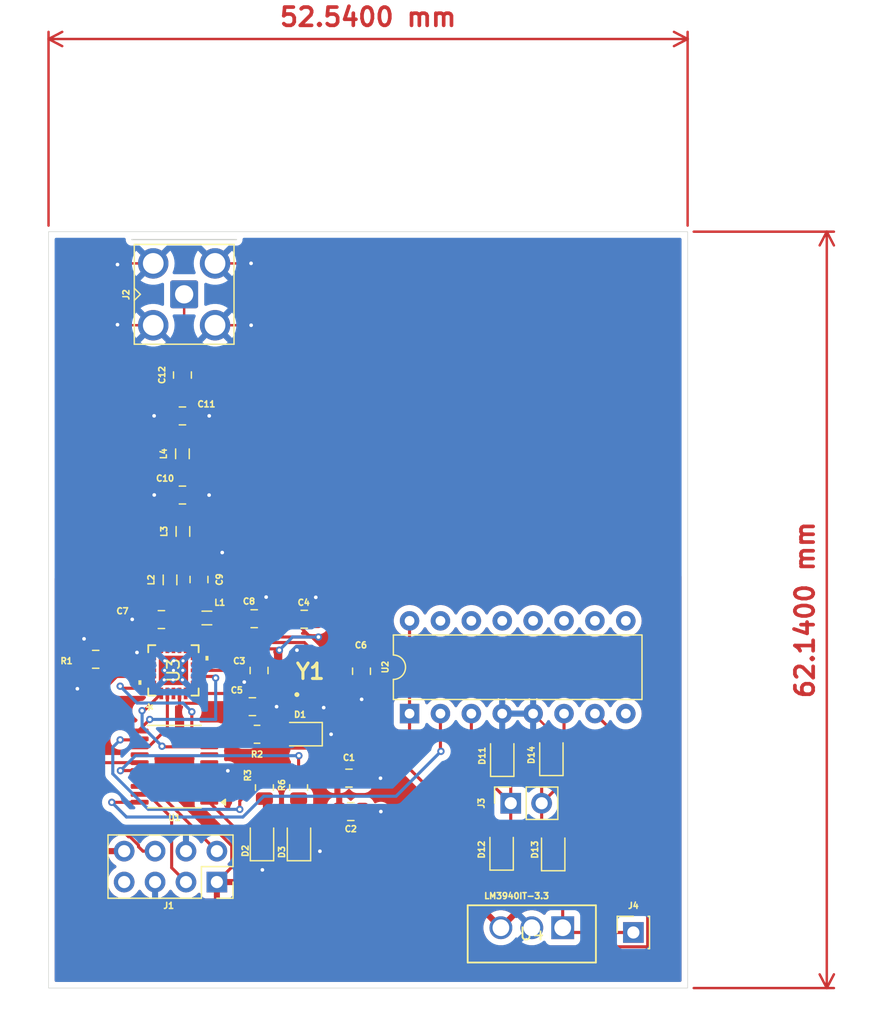
<source format=kicad_pcb>
(kicad_pcb (version 20240108) (generator "pcbnew") (generator_version "8.0")
  (layers (0 "F.Cu" signal) (31 "B.Cu" signal) (34 "B.Paste" user) (35 "F.Paste" user) (36 "B.SilkS" user "B.Silkscreen") (37 "F.SilkS" user "F.Silkscreen") (38 "B.Mask" user) (39 "F.Mask" user) (44 "Edge.Cuts" user))
  (net 0 "")
  (net 1 "VDD")
  (net 2 "GND")
  (net 3 "OSC_IN")
  (net 4 "Net-(U3-DCOUPL)")
  (net 5 "OSC_OUT")
  (net 6 "Net-(D1-A)")
  (net 7 "Net-(D2-A)")
  (net 8 "Net-(D3-A)")
  (net 9 "VDD_5V")
  (net 10 "USART_TX")
  (net 11 "SWCLK")
  (net 12 "USART_RX")
  (net 13 "SWDIO")
  (net 14 "RBIAS")
  (net 15 "Net-(U1-PA3)")
  (net 16 "Net-(U1-PA5)")
  (net 17 "Net-(U1-PA9{slash}PA11)")
  (net 18 "SPI_MISO")
  (net 22 "MTR_CTRL_L")
  (net 24 "SPI_MOSI")
  (net 25 "SPI_NSS")
  (net 27 "MTR_CTRL_R")
  (net 28 "SPI_SCLK")
  (net 38 "GDO2")
  (net 39 "RF_N")
  (net 40 "GDO0")
  (net 41 "RF_P")
  (net 42 "Mplus")
  (net 43 "Mneg")
  (net 44 "Net-(C8-Pad2)")
  (net 45 "Net-(C9-Pad1)")
  (net 46 "Net-(C10-Pad2)")
  (net 47 "Net-(C11-Pad2)")
  (net 48 "Net-(J2-In)")
  (footprint "newparts:NX3225GA16000MSTDCRG1" (layer "F.Cu") (at 137.738651 98.761351)
    (property "Reference" "Y1")
    (property "Value" "NX3225GA-26.000MHZ-EXS00A-CG01972" (hide yes))
  )
  (footprint "Diode_SMD:D_0805_2012Metric" (layer "F.Cu") (at 153.518651 105.696351 90)
    (property "Reference" "D11")
    (property "Value" "1N4001")
  )
  (footprint "Capacitor_SMD:C_0805_2012Metric" (layer "F.Cu") (at 127.228651 74.406351 90)
    (property "Reference" "C12")
    (property "Value" "220pF")
  )
  (footprint "Diode_SMD:D_0805_2012Metric" (layer "F.Cu") (at 157.708651 113.446351 90)
    (property "Reference" "D13")
    (property "Value" "1N4001")
  )
  (footprint "Connector_PinSocket_2.54mm:PinSocket_1x02_P2.54mm_Vertical" (layer "F.Cu") (at 154.218651 109.586351 90)
    (property "Reference" "J3")
    (property "Value" "Conn_01x02_Socket")
  )
  (footprint "Package_SO:TSSOP-20_4.4x6.5mm_P0.65mm" (layer "F.Cu") (at 126.571151 106.576351 180)
    (property "Reference" "U1")
    (property "Value" "STM32C011F4Px")
  )
  (footprint "Connector_PinSocket_2.54mm:PinSocket_2x04_P2.54mm_Vertical" (layer "F.Cu") (at 130.058651 116.061351 -90)
    (property "Reference" "J1")
    (property "Value" "Conn_02x04_Counter_Clockwise")
  )
  (footprint "newparts:RGP20_2P4X2P4" (layer "F.Cu") (at 126.48865 98.670001 90)
    (property "Reference" "U3")
    (property "Value" "CC1101RGPR")
  )
  (footprint "Capacitor_SMD:C_0805_2012Metric" (layer "F.Cu") (at 137.238651 94.471351)
    (property "Reference" "C4")
    (property "Value" "0.1uF")
  )
  (footprint "Package_DIP:DIP-16_W7.62mm" (layer "F.Cu") (at 145.898651 102.221351 90)
    (property "Reference" "U2")
    (property "Value" "L293D")
  )
  (footprint "Capacitor_SMD:C_0805_2012Metric" (layer "F.Cu") (at 133.128651 94.426351 180)
    (property "Reference" "C8")
    (property "Value" "220pF")
  )
  (footprint "Capacitor_SMD:C_0805_2012Metric" (layer "F.Cu") (at 120.098651 97.761351 180)
    (property "Reference" "R1")
    (property "Value" "56k")
  )
  (footprint "Capacitor_SMD:C_0805_2012Metric" (layer "F.Cu") (at 127.228651 84.266351)
    (property "Reference" "C10")
    (property "Value" "12pF")
  )
  (footprint "Capacitor_SMD:C_0805_2012Metric" (layer "F.Cu") (at 125.498651 94.496351 180)
    (property "Reference" "C7")
    (property "Value" "6.8pF")
  )
  (footprint "Resistor_SMD:R_0805_2012Metric" (layer "F.Cu") (at 133.361151 103.921351 180)
    (property "Reference" "R2")
    (property "Value" "68")
  )
  (footprint "Capacitor_SMD:C_0805_2012Metric" (layer "F.Cu") (at 141.068651 110.271351)
    (property "Reference" "C2")
    (property "Value" "0.1uF")
  )
  (footprint "newparts:LM3940IT-3.3" (layer "F.Cu") (at 153.408651 120.829351 180)
    (property "Reference" "U4")
    (property "Value" "LM3940IT-3.3")
  )
  (footprint "Connector_Coaxial:SMA_Amphenol_901-143_Horizontal" (layer "F.Cu") (at 127.368651 67.776351)
    (property "Reference" "J2")
    (property "Value" "Conn_Coaxial")
    (fp_line (start 4.3 -4.5) (end -4.3 -4.5) (stroke (width 0.1)) (layer "Edge.Cuts"))
  )
  (footprint "Capacitor_SMD:C_0805_2012Metric" (layer "F.Cu") (at 133.528651 98.681351 -90)
    (property "Reference" "C3")
    (property "Value" "27pF")
  )
  (footprint "LED_SMD:LED_0805_2012Metric" (layer "F.Cu") (at 133.768651 112.623851 90)
    (property "Reference" "D2")
    (property "Value" "LED_Receive")
  )
  (footprint "Inductor_SMD:L_0805_2012Metric" (layer "F.Cu") (at 127.228651 80.876351 90)
    (property "Reference" "L4")
    (property "Value" "33nH")
  )
  (footprint "Capacitor_SMD:C_0805_2012Metric" (layer "F.Cu") (at 127.228651 77.766351)
    (property "Reference" "C11")
    (property "Value" "6.8pF")
  )
  (footprint "Capacitor_SMD:C_0805_2012Metric" (layer "F.Cu") (at 132.978651 101.651351)
    (property "Reference" "C5")
    (property "Value" "0.1uF")
  )
  (footprint "Inductor_SMD:L_0805_2012Metric" (layer "F.Cu") (at 126.208651 91.236351 90)
    (property "Reference" "L2")
    (property "Value" "33nH")
  )
  (footprint "Inductor_SMD:L_0805_2012Metric" (layer "F.Cu") (at 127.268651 87.256351 90)
    (property "Reference" "L3")
    (property "Value" "18nH")
  )
  (footprint "Diode_SMD:D_0805_2012Metric" (layer "F.Cu") (at 157.558651 105.626351 90)
    (property "Reference" "D14")
    (property "Value" "1N4001")
  )
  (footprint "Capacitor_SMD:C_0805_2012Metric" (layer "F.Cu") (at 141.948651 98.741351 -90)
    (property "Reference" "C6")
    (property "Value" "27pF")
  )
  (footprint "Resistor_SMD:R_0805_2012Metric" (layer "F.Cu") (at 133.968651 108.293851 90)
    (property "Reference" "R3")
    (property "Value" "68")
  )
  (footprint "Resistor_SMD:R_0805_2012Metric" (layer "F.Cu") (at 136.778651 108.293851 90)
    (property "Reference" "R6")
    (property "Value" "68")
  )
  (footprint "Capacitor_SMD:C_0805_2012Metric" (layer "F.Cu") (at 128.588651 91.206351 -90)
    (property "Reference" "C9")
    (property "Value" "6.8pF")
  )
  (footprint "LED_SMD:LED_0805_2012Metric" (layer "F.Cu") (at 136.808651 112.623851 90)
    (property "Reference" "D3")
    (property "Value" "LED_Valid")
  )
  (footprint "Inductor_SMD:L_0805_2012Metric" (layer "F.Cu") (at 129.238651 94.366351 180)
    (property "Reference" "L1")
    (property "Value" "33nH")
  )
  (footprint "LED_SMD:LED_0805_2012Metric" (layer "F.Cu") (at 137.038651 103.911351 180)
    (property "Reference" "D1")
    (property "Value" "LED_Transmit")
  )
  (footprint "Capacitor_SMD:C_0805_2012Metric" (layer "F.Cu") (at 140.918651 107.521351)
    (property "Reference" "C1")
    (property "Value" "0.1uF")
  )
  (footprint "Connector_PinSocket_2.54mm:PinSocket_1x01_P2.54mm_Vertical" (layer "F.Cu") (at 164.298651 120.203351 90)
    (property "Reference" "J4")
    (property "Value" "Conn_01x01_Socket")
  )
  (footprint "Diode_SMD:D_0805_2012Metric" (layer "F.Cu") (at 153.468651 113.396351 90)
    (property "Reference" "D12")
    (property "Value" "1N4001")
  )
  (gr_rect (start 116.22 62.63) (end 168.76 124.77) (stroke (width 0.05)) (fill none) (layer "Edge.Cuts"))
  (dimension (type aligned) (layer "F.Cu") (pts (xy 116.22 62.63) (xy 168.76 62.63)) (height -15.83) (gr_text "52.5400 mm" (at 142.49 45 0) (layer "F.Cu") (effects (font (size 1.5 1.5) (thickness 0.3)))) (format (prefix "") (suffix "") (units 3) (units_format 1) (precision 4)) (style (thickness 0.2) (arrow_length 1.27) (text_position_mode 0) (extension_height 0.58642) (extension_offset 0.5) keep_text_aligned))
  (dimension (type aligned) (layer "F.Cu") (pts (xy 168.76 62.63) (xy 168.76 124.77)) (height -11.44) (gr_text "62.1400 mm" (at 178.4 93.7 90) (layer "F.Cu") (effects (font (size 1.5 1.5) (thickness 0.3)))) (format (prefix "") (suffix "") (units 3) (units_format 1) (precision 4)) (style (thickness 0.2) (arrow_length 1.27) (text_position_mode 0) (extension_height 0.58642) (extension_offset 0.5) keep_text_aligned))
  (segment (start 129.811773 101.371901) (end 131.334223 102.894351) (width 0.254) (layer "F.Cu") (net 1))
  (segment (start 120.692074 96.57) (end 125.287298 96.57) (width 0.254) (layer "F.Cu") (net 1))
  (segment (start 138.41 95.93) (end 139.38 95.93) (width 0.254) (layer "F.Cu") (net 1))
  (segment (start 132.957079 102.894351) (end 133.381851 103.319123) (width 0.254) (layer "F.Cu") (net 1))
  (segment (start 131.28 114.840002) (end 130.058651 116.061351) (width 0.254) (layer "F.Cu") (net 1))
  (segment (start 133.793 105.053) (end 137.5003 105.053) (width 0.254) (layer "F.Cu") (net 1))
  (segment (start 121.687929 98.670001) (end 121.544579 98.813351) (width 0.254) (layer "F.Cu") (net 1))
  (segment (start 135.094351 96.904351) (end 135.2 97.01) (width 0.254) (layer "F.Cu") (net 1))
  (segment (start 127.061649 101.371901) (end 129.811773 101.371901) (width 0.254) (layer "F.Cu") (net 1))
  (segment (start 137.5003 105.053) (end 139.968651 107.521351) (width 0.254) (layer "F.Cu") (net 1))
  (segment (start 127.01 101.72) (end 126.988649 101.698649) (width 0.254) (layer "F.Cu") (net 1))
  (segment (start 137.7473 95.93) (end 138.41 95.93) (width 0.254) (layer "F.Cu") (net 1))
  (segment (start 139.38 95.93) (end 139.4 95.95) (width 0.254) (layer "F.Cu") (net 1))
  (segment (start 128.696152 107.551351) (end 128.104676 108.142827) (width 0.254) (layer "F.Cu") (net 1))
  (segment (start 126.988649 100.568651) (end 126.988649 101.49) (width 0.254) (layer "F.Cu") (net 1))
  (segment (start 138.409 95.929) (end 138.41 95.93) (width 0.254) (layer "F.Cu") (net 1))
  (segment (start 120.221651 97.040423) (end 120.692074 96.57) (width 0.254) (layer "F.Cu") (net 1))
  (segment (start 131.334223 102.894351) (end 132.957079 102.894351) (width 0.254) (layer "F.Cu") (net 1))
  (segment (start 129.169948 98.170002) (end 130.435599 96.904351) (width 0.254) (layer "F.Cu") (net 1))
  (segment (start 136.288651 94.471351) (end 137.7473 95.93) (width 0.254) (layer "F.Cu") (net 1))
  (segment (start 121.544579 98.813351) (end 120.552723 98.813351) (width 0.254) (layer "F.Cu") (net 1))
  (segment (start 120.221651 98.482279) (end 120.221651 97.040423) (width 0.254) (layer "F.Cu") (net 1))
  (segment (start 124.59 98.670001) (end 121.687929 98.670001) (width 0.254) (layer "F.Cu") (net 1))
  (segment (start 128.104676 108.142827) (end 128.104676 109.902846) (width 0.254) (layer "F.Cu") (net 1))
  (segment (start 125.988651 96.771351) (end 125.488649 96.771351) (width 0.254) (layer "F.Cu") (net 1))
  (segment (start 128.331002 95.929) (end 138.409 95.929) (width 0.254) (layer "F.Cu") (net 1))
  (segment (start 120.552723 98.813351) (end 120.221651 98.482279) (width 0.254) (layer "F.Cu") (net 1))
  (segment (start 129.433651 107.551351) (end 128.696152 107.551351) (width 0.254) (layer "F.Cu") (net 1))
  (segment (start 126.988649 100.568651) (end 126.988649 101.298901) (width 0.254) (layer "F.Cu") (net 1))
  (segment (start 128.3873 98.170002) (end 129.169948 98.170002) (width 0.254) (layer "F.Cu") (net 1))
  (segment (start 131.28 113.07817) (end 131.28 114.840002) (width 0.254) (layer "F.Cu") (net 1))
  (segment (start 125.287298 96.57) (end 125.488649 96.771351) (width 0.254) (layer "F.Cu") (net 1))
  (segment (start 126.988649 101.49) (end 126.988649 101.698649) (width 0.254) (layer "F.Cu") (net 1))
  (segment (start 130.435599 96.904351) (end 135.094351 96.904351) (width 0.254) (layer "F.Cu") (net 1))
  (segment (start 126.988649 101.298901) (end 127.061649 101.371901) (width 0.254) (layer "F.Cu") (net 1))
  (segment (start 127.488651 96.771351) (end 128.331002 95.929) (width 0.254) (layer "F.Cu") (net 1))
  (segment (start 128.104676 109.902846) (end 131.28 113.07817) (width 0.254) (layer "F.Cu") (net 1))
  (segment (start 133.381851 103.319123) (end 133.381851 104.641851) (width 0.254) (layer "F.Cu") (net 1))
  (segment (start 133.381851 104.641851) (end 133.793 105.053) (width 0.254) (layer "F.Cu") (net 1))
  (via (at 135.2 97.01) (size 0.6) (drill 0.3) (layers "F.Cu" "B.Cu") (net 1))
  (via (at 138.41 95.93) (size 0.6) (drill 0.3) (layers "F.Cu" "B.Cu") (net 1))
  (segment (start 135.2 97.01) (end 136.28 95.93) (width 0.254) (layer "B.Cu") (net 1))
  (segment (start 136.28 95.93) (end 138.41 95.93) (width 0.254) (layer "B.Cu") (net 1))
  (segment (start 132.876351 74.313649) (end 132.876351 70.316351) (width 0.2) (layer "F.Cu") (net 2))
  (segment (start 124.828651 70.316351) (end 121.936351 70.316351) (width 0.2) (layer "F.Cu") (net 2))
  (segment (start 138.188651 94.471351) (end 138.188651 92.671349) (width 0.2) (layer "F.Cu") (net 2))
  (segment (start 123.116351 94.496351) (end 123.1 94.48) (width 0.2) (layer "F.Cu") (net 2))
  (segment (start 137.976151 103.911351) (end 139.441351 103.911351) (width 0.254) (layer "F.Cu") (net 2))
  (segment (start 133.768651 115.028651) (end 133.8 115.06) (width 0.254) (layer "F.Cu") (net 2))
  (segment (start 130.5 89.04) (end 130.5 88.99) (width 0.2) (layer "F.Cu") (net 2))
  (segment (start 132.863649 65.236351) (end 132.87 65.23) (width 0.2) (layer "F.Cu") (net 2))
  (segment (start 124.906351 77.766351) (end 124.9 77.76) (width 0.2) (layer "F.Cu") (net 2))
  (segment (start 124.828651 65.236351) (end 121.983649 65.236351) (width 0.2) (layer "F.Cu") (net 2))
  (segment (start 134.97 101.65) (end 134.968649 101.651351) (width 0.2) (layer "F.Cu") (net 2))
  (segment (start 136.638651 97.961351) (end 136.638651 97.011349) (width 0.254) (layer "F.Cu") (net 2))
  (segment (start 133.528651 99.631351) (end 132.311351 99.631351) (width 0.2) (layer "F.Cu") (net 2))
  (segment (start 132.311351 99.631351) (end 132.31 99.63) (width 0.2) (layer "F.Cu") (net 2))
  (segment (start 143.501351 107.521351) (end 143.51 107.53) (width 0.254) (layer "F.Cu") (net 2))
  (segment (start 138.17 92.65) (end 138.19 92.67) (width 0.2) (layer "F.Cu") (net 2))
  (segment (start 124.59 99.17) (end 121.829983 99.17) (width 0.254) (layer "F.Cu") (net 2))
  (segment (start 136.808651 113.561351) (end 138.498649 113.561351) (width 0.254) (layer "F.Cu") (net 2))
  (segment (start 132.876351 65.236351) (end 132.87 65.23) (width 0.2) (layer "F.Cu") (net 2))
  (segment (start 123.63 85.54) (end 124.91 84.26) (width 0.2) (layer "F.Cu") (net 2))
  (segment (start 129.42 84.27) (end 129.42 77.77) (width 0.2) (layer "F.Cu") (net 2))
  (segment (start 124.59 97.67) (end 124.12 97.2) (width 0.254) (layer "F.Cu") (net 2))
  (segment (start 124.548651 94.496351) (end 123.116351 94.496351) (width 0.2) (layer "F.Cu") (net 2))
  (segment (start 124.916351 84.266351) (end 124.91 84.26) (width 0.2) (layer "F.Cu") (net 2))
  (segment (start 121.829983 99.17) (end 120.819983 100.18) (width 0.254) (layer "F.Cu") (net 2))
  (segment (start 121.936351 70.316351) (end 121.89 70.27) (width 0.2) (layer "F.Cu") (net 2))
  (segment (start 134.11 92.65) (end 130.5 89.04) (width 0.2) (layer "F.Cu") (net 2))
  (segment (start 129.43 77.76) (end 132.876351 74.313649) (width 0.2) (layer "F.Cu") (net 2))
  (segment (start 123.63 93.95) (end 123.63 85.54) (width 0.2) (layer "F.Cu") (net 2))
  (segment (start 134.11 92.65) (end 138.17 92.65) (width 0.2) (layer "F.Cu") (net 2))
  (segment (start 124.9 77.76) (end 124.9 84.25) (width 0.2) (layer "F.Cu") (net 2))
  (segment (start 136.638651 97.011349) (end 136.64 97.01) (width 0.254) (layer "F.Cu") (net 2))
  (segment (start 129.908651 65.236351) (end 132.863649 65.236351) (width 0.2) (layer "F.Cu") (net 2))
  (segment (start 126.278651 77.766351) (end 124.906351 77.766351) (width 0.2) (layer "F.Cu") (net 2))
  (segment (start 129.908651 70.316351) (end 132.876351 70.316351) (width 0.2) (layer "F.Cu") (net 2))
  (segment (start 121.89 65.33) (end 121.89 70.27) (width 0.2) (layer "F.Cu") (net 2))
  (segment (start 138.838651 101.728651) (end 138.84 101.73) (width 0.2) (layer "F.Cu") (net 2))
  (segment (start 153.518651 102.221351) (end 153.518651 104.758851) (width 0.2) (layer "F.Cu") (net 2))
  (segment (start 157.558651 103.721351) (end 157.558651 104.688851) (width 0.2) (layer "F.Cu") (net 2))
  (segment (start 129.42 77.77) (end 129.43 77.76) (width 0.2) (layer "F.Cu") (net 2))
  (segment (start 130.941351 106.901351) (end 130.96 106.92) (width 0.254) (layer "F.Cu") (net 2))
  (segment (start 138.498649 113.561351) (end 138.53 113.53) (width 0.254) (layer "F.Cu") (net 2))
  (segment (start 129.433651 106.901351) (end 130.941351 106.901351) (width 0.254) (layer "F.Cu") (net 2))
  (segment (start 121.89 70.27) (end 121.89 74.75) (width 0.2) (layer "F.Cu") (net 2))
  (segment (start 119.148651 97.761351) (end 119.148651 96.088651) (width 0.254) (layer "F.Cu") (net 2))
  (segment (start 141.948651 99.691351) (end 141.948651 101.038651) (width 0.2) (layer "F.Cu") (net 2))
  (segment (start 138.838651 99.561351) (end 138.838651 101.728651) (width 0.2) (layer "F.Cu") (net 2))
  (segment (start 143.538649 110.271351) (end 143.54 110.27) (width 0.254) (layer "F.Cu") (net 2))
  (segment (start 134.078651 92.681349) (end 134.11 92.65) (width 0.2) (layer "F.Cu") (net 2))
  (segment (start 121.983649 65.236351) (end 121.89 65.33) (width 0.2) (layer "F.Cu") (net 2))
  (segment (start 124.9 84.25) (end 124.91 84.26) (width 0.2) (layer "F.Cu") (net 2))
  (segment (start 123.1 94.48) (end 123.63 93.95) (width 0.2) (layer "F.Cu") (net 2))
  (segment (start 141.868651 107.521351) (end 143.501351 107.521351) (width 0.254) (layer "F.Cu") (net 2))
  (segment (start 130.5 85.35) (end 129.42 84.27) (width 0.2) (layer "F.Cu") (net 2))
  (segment (start 141.948651 101.038651) (end 141.96 101.05) (width 0.2) (layer "F.Cu") (net 2))
  (segment (start 134.078651 94.426351) (end 134.078651 92.681349) (width 0.2) (layer "F.Cu") (net 2))
  (segment (start 142.018651 110.271351) (end 143.538649 110.271351) (width 0.254) (layer "F.Cu") (net 2))
  (segment (start 138.188651 92.671349) (end 138.19 92.67) (width 0.2) (layer "F.Cu") (net 2))
  (segment (start 156.058651 102.221351) (end 157.558651 103.721351) (width 0.2) (layer "F.Cu") (net 2))
  (segment (start 132.876351 70.316351) (end 132.876351 65.236351) (width 0.2) (layer "F.Cu") (net 2))
  (segment (start 124.12 97.2) (end 123.49 97.2) (width 0.254) (layer "F.Cu") (net 2))
  (segment (start 130.5 88.99) (end 130.5 85.35) (width 0.2) (layer "F.Cu") (net 2))
  (segment (start 133.768651 113.561351) (end 133.768651 115.028651) (width 0.254) (layer "F.Cu") (net 2))
  (segment (start 133.928651 101.651351) (end 134.968649 101.651351) (width 0.2) (layer "F.Cu") (net 2))
  (segment (start 126.278651 84.266351) (end 124.916351 84.266351) (width 0.2) (layer "F.Cu") (net 2))
  (segment (start 121.89 74.75) (end 124.9 77.76) (width 0.2) (layer "F.Cu") (net 2))
  (segment (start 120.819983 100.18) (end 118.59 100.18) (width 0.254) (layer "F.Cu") (net 2))
  (segment (start 119.148651 96.088651) (end 119.14 96.08) (width 0.254) (layer "F.Cu") (net 2))
  (segment (start 139.441351 103.911351) (end 139.45 103.92) (width 0.254) (layer "F.Cu") (net 2))
  (via (at 124.91 84.26) (size 0.6) (drill 0.3) (layers "F.Cu" "B.Cu") (net 2))
  (via (at 121.89 70.27) (size 0.6) (drill 0.3) (layers "F.Cu" "B.Cu") (net 2))
  (via (at 118.59 100.18) (size 0.6) (drill 0.3) (layers "F.Cu" "B.Cu") (net 2))
  (via (at 139.45 103.92) (size 0.6) (drill 0.3) (layers "F.Cu" "B.Cu") (net 2))
  (via (at 132.87 65.23) (size 0.6) (drill 0.3) (layers "F.Cu" "B.Cu") (net 2))
  (via (at 141.96 101.05) (size 0.6) (drill 0.3) (layers "F.Cu" "B.Cu") (net 2))
  (via (at 138.84 101.73) (size 0.6) (drill 0.3) (layers "F.Cu" "B.Cu") (net 2))
  (via (at 132.876351 70.316351) (size 0.6) (drill 0.3) (layers "F.Cu" "B.Cu") (net 2))
  (via (at 124.9 77.76) (size 0.6) (drill 0.3) (layers "F.Cu" "B.Cu") (net 2))
  (via (at 134.11 92.65) (size 0.6) (drill 0.3) (layers "F.Cu" "B.Cu") (net 2))
  (via (at 132.31 99.63) (size 0.6) (drill 0.3) (layers "F.Cu" "B.Cu") (net 2))
  (via (at 138.53 113.53) (size 0.6) (drill 0.3) (layers "F.Cu" "B.Cu") (net 2))
  (via (at 130.96 106.92) (size 0.6) (drill 0.3) (layers "F.Cu" "B.Cu") (net 2))
  (via (at 130.5 88.99) (size 0.6) (drill 0.3) (layers "F.Cu" "B.Cu") (net 2))
  (via (at 143.54 110.27) (size 0.6) (drill 0.3) (layers "F.Cu" "B.Cu") (net 2))
  (via (at 134.968649 101.651351) (size 0.6) (drill 0.3) (layers "F.Cu" "B.Cu") (net 2))
  (via (at 123.1 94.48) (size 0.6) (drill 0.3) (layers "F.Cu" "B.Cu") (net 2))
  (via (at 133.8 115.06) (size 0.6) (drill 0.3) (layers "F.Cu" "B.Cu") (net 2))
  (via (at 121.89 65.33) (size 0.6) (drill 0.3) (layers "F.Cu" "B.Cu") (net 2))
  (via (at 136.64 97.01) (size 0.6) (drill 0.3) (layers "F.Cu" "B.Cu") (net 2))
  (via (at 129.43 77.76) (size 0.6) (drill 0.3) (layers "F.Cu" "B.Cu") (net 2))
  (via (at 138.19 92.67) (size 0.6) (drill 0.3) (layers "F.Cu" "B.Cu") (net 2))
  (via (at 129.42 84.27) (size 0.6) (drill 0.3) (layers "F.Cu" "B.Cu") (net 2))
  (via (at 143.51 107.53) (size 0.6) (drill 0.3) (layers "F.Cu" "B.Cu") (net 2))
  (via (at 123.49 97.2) (size 0.6) (drill 0.3) (layers "F.Cu" "B.Cu") (net 2))
  (via (at 119.14 96.08) (size 0.6) (drill 0.3) (layers "F.Cu" "B.Cu") (net 2))
  (segment (start 124.9 84.25) (end 124.91 84.26) (width 0.2) (layer "B.Cu") (net 2))
  (segment (start 121.983649 65.236351) (end 121.89 65.33) (width 0.2) (layer "B.Cu") (net 2))
  (segment (start 121.936351 70.316351) (end 121.89 70.27) (width 0.2) (layer "B.Cu") (net 2))
  (segment (start 132.88 70.32) (end 132.876351 70.316351) (width 0.2) (layer "B.Cu") (net 2))
  (segment (start 132.863649 65.236351) (end 132.87 65.23) (width 0.2) (layer "B.Cu") (net 2))
  (segment (start 133.528651 97.731351) (end 132.590001 98.670001) (width 0.254) (layer "F.Cu") (net 3))
  (segment (start 136.638651 99.561351) (end 135.358651 99.561351) (width 0.2) (layer "F.Cu") (net 3))
  (segment (start 132.590001 98.670001) (end 128.3873 98.670001) (width 0.254) (layer "F.Cu") (net 3))
  (segment (start 135.358651 99.561351) (end 133.528651 97.731351) (width 0.2) (layer "F.Cu") (net 3))
  (segment (start 130.945951 100.568651) (end 127.488651 100.568651) (width 0.254) (layer "F.Cu") (net 4))
  (segment (start 132.028651 101.651351) (end 130.945951 100.568651) (width 0.254) (layer "F.Cu") (net 4))
  (segment (start 128.3873 97.67) (end 129.6743 96.383) (width 0.254) (layer "F.Cu") (net 5))
  (segment (start 141.948651 97.791351) (end 139.008651 97.791351) (width 0.2) (layer "F.Cu") (net 5))
  (segment (start 129.6743 96.383) (end 137.2603 96.383) (width 0.254) (layer "F.Cu") (net 5))
  (segment (start 139.008651 97.791351) (end 138.838651 97.961351) (width 0.2) (layer "F.Cu") (net 5))
  (segment (start 137.2603 96.383) (end 138.838651 97.961351) (width 0.254) (layer "F.Cu") (net 5))
  (segment (start 133.968651 109.206351) (end 133.968651 111.486351) (width 0.254) (layer "F.Cu") (net 7))
  (segment (start 133.968651 111.486351) (end 133.768651 111.686351) (width 0.254) (layer "F.Cu") (net 7))
  (segment (start 136.778651 111.656351) (end 136.808651 111.686351) (width 0.254) (layer "F.Cu") (net 8))
  (segment (start 136.778651 109.206351) (end 136.778651 111.656351) (width 0.254) (layer "F.Cu") (net 8))
  (segment (start 158.488651 115.163851) (end 157.708651 114.383851) (width 0.254) (layer "F.Cu") (net 9))
  (segment (start 164.298651 120.203351) (end 158.878651 120.203351) (width 0.254) (layer "F.Cu") (net 9))
  (segment (start 153.518651 114.383851) (end 153.468651 114.333851) (width 0.254) (layer "F.Cu") (net 9))
  (segment (start 157.708651 114.383851) (end 153.518651 114.383851) (width 0.254) (layer "F.Cu") (net 9))
  (segment (start 145.898651 106.763851) (end 153.468651 114.333851) (width 0.254) (layer "F.Cu") (net 9))
  (segment (start 158.878651 120.203351) (end 158.488651 119.813351) (width 0.254) (layer "F.Cu") (net 9))
  (segment (start 145.898651 102.221351) (end 145.898651 106.763851) (width 0.254) (layer "F.Cu") (net 9))
  (segment (start 145.898651 94.601351) (end 145.898651 102.221351) (width 0.254) (layer "F.Cu") (net 9))
  (segment (start 158.488651 119.813351) (end 158.488651 115.163851) (width 0.254) (layer "F.Cu") (net 9))
  (segment (start 119.43 107.58) (end 120.758649 106.251351) (width 0.254) (layer "F.Cu") (net 10))
  (segment (start 123.981351 113.521351) (end 123.615651 113.155651) (width 0.254) (layer "F.Cu") (net 10))
  (segment (start 123.615651 113.033821) (end 122.926181 112.344351) (width 0.254) (layer "F.Cu") (net 10))
  (segment (start 123.615651 113.155651) (end 123.615651 113.033821) (width 0.254) (layer "F.Cu") (net 10))
  (segment (start 124.978651 113.521351) (end 123.981351 113.521351) (width 0.254) (layer "F.Cu") (net 10))
  (segment (start 122.804351 112.344351) (end 119.43 108.97) (width 0.254) (layer "F.Cu") (net 10))
  (segment (start 120.758649 106.251351) (end 123.708651 106.251351) (width 0.254) (layer "F.Cu") (net 10))
  (segment (start 119.43 108.97) (end 119.43 107.58) (width 0.254) (layer "F.Cu") (net 10))
  (segment (start 122.926181 112.344351) (end 122.804351 112.344351) (width 0.254) (layer "F.Cu") (net 10))
  (segment (start 126.341651 114.884351) (end 126.341651 110.790211) (width 0.254) (layer "F.Cu") (net 11))
  (segment (start 127.518651 116.061351) (end 126.341651 114.884351) (width 0.254) (layer "F.Cu") (net 11))
  (segment (start 126.341651 110.790211) (end 124.402791 108.851351) (width 0.254) (layer "F.Cu") (net 11))
  (segment (start 124.402791 108.851351) (end 123.708651 108.851351) (width 0.254) (layer "F.Cu") (net 11))
  (segment (start 130.058651 113.521351) (end 124.738651 108.201351) (width 0.254) (layer "F.Cu") (net 13))
  (segment (start 124.738651 108.201351) (end 123.708651 108.201351) (width 0.254) (layer "F.Cu") (net 13))
  (segment (start 121.457302 98.170002) (end 124.59 98.170002) (width 0.254) (layer "F.Cu") (net 14))
  (segment (start 121.048651 97.761351) (end 121.457302 98.170002) (width 0.254) (layer "F.Cu") (net 14))
  (segment (start 132.178651 103.651351) (end 132.448651 103.921351) (width 0.254) (layer "F.Cu") (net 15))
  (segment (start 129.433651 103.651351) (end 132.178651 103.651351) (width 0.254) (layer "F.Cu") (net 15))
  (segment (start 122.11 104.38) (end 123.630002 104.38) (width 0.254) (layer "F.Cu") (net 16))
  (segment (start 131.94 109.410002) (end 131.94 110.09) (width 0.254) (layer "F.Cu") (net 16))
  (segment (start 123.630002 104.38) (end 123.708651 104.301351) (width 0.254) (layer "F.Cu") (net 16))
  (segment (start 133.968651 107.381351) (end 131.94 109.410002) (width 0.254) (layer "F.Cu") (net 16))
  (via (at 122.11 104.38) (size 0.6) (drill 0.3) (layers "F.Cu" "B.Cu") (net 16))
  (via (at 131.94 110.09) (size 0.6) (drill 0.3) (layers "F.Cu" "B.Cu") (net 16))
  (segment (start 124.423288 110.09) (end 121.503 107.169712) (width 0.254) (layer "B.Cu") (net 16))
  (segment (start 131.94 110.09) (end 124.423288 110.09) (width 0.254) (layer "B.Cu") (net 16))
  (segment (start 121.503 104.987) (end 122.11 104.38) (width 0.254) (layer "B.Cu") (net 16))
  (segment (start 121.503 107.169712) (end 121.503 104.987) (width 0.254) (layer "B.Cu") (net 16))
  (segment (start 122.138649 106.901351) (end 122.13 106.91) (width 0.254) (layer "F.Cu") (net 17))
  (segment (start 136.778651 105.701349) (end 136.8 105.68) (width 0.254) (layer "F.Cu") (net 17))
  (segment (start 123.708651 106.901351) (end 122.138649 106.901351) (width 0.254) (layer "F.Cu") (net 17))
  (segment (start 136.778651 107.381351) (end 136.778651 105.701349) (width 0.254) (layer "F.Cu") (net 17))
  (via (at 136.8 105.68) (size 0.6) (drill 0.3) (layers "F.Cu" "B.Cu") (net 17))
  (via (at 122.13 106.91) (size 0.6) (drill 0.3) (layers "F.Cu" "B.Cu") (net 17))
  (segment (start 123.36 105.68) (end 122.13 106.91) (width 0.254) (layer "B.Cu") (net 17))
  (segment (start 136.8 105.68) (end 123.36 105.68) (width 0.254) (layer "B.Cu") (net 17))
  (segment (start 123.708651 104.951351) (end 124.44615 104.951351) (width 0.254) (layer "F.Cu") (net 18))
  (segment (start 124.44615 104.951351) (end 125.988651 103.40885) (width 0.254) (layer "F.Cu") (net 18))
  (segment (start 125.988651 103.40885) (end 125.988651 100.568651) (width 0.254) (layer "F.Cu") (net 18))
  (segment (start 123.700002 109.51) (end 123.708651 109.501351) (width 0.254) (layer "F.Cu") (net 22))
  (segment (start 148.438651 102.221351) (end 148.438651 105.278651) (width 0.254) (layer "F.Cu") (net 22))
  (segment (start 121.42 109.51) (end 123.700002 109.51) (width 0.254) (layer "F.Cu") (net 22))
  (segment (start 148.438651 105.278651) (end 148.48 105.32) (width 0.254) (layer "F.Cu") (net 22))
  (via (at 121.42 109.51) (size 0.6) (drill 0.3) (layers "F.Cu" "B.Cu") (net 22))
  (via (at 148.48 105.32) (size 0.6) (drill 0.3) (layers "F.Cu" "B.Cu") (net 22))
  (segment (start 122.627 110.717) (end 121.42 109.51) (width 0.254) (layer "B.Cu") (net 22))
  (segment (start 144.78767 109.01233) (end 133.904382 109.01233) (width 0.254) (layer "B.Cu") (net 22))
  (segment (start 133.904382 109.01233) (end 132.199712 110.717) (width 0.254) (layer "B.Cu") (net 22))
  (segment (start 148.48 105.32) (end 144.78767 109.01233) (width 0.254) (layer "B.Cu") (net 22))
  (segment (start 132.199712 110.717) (end 122.627 110.717) (width 0.254) (layer "B.Cu") (net 22))
  (segment (start 122.11 99.97) (end 122.279052 100.139052) (width 0.254) (layer "F.Cu") (net 24))
  (segment (start 122.279052 100.139052) (end 124.12095 100.139052) (width 0.254) (layer "F.Cu") (net 24))
  (segment (start 124.12095 100.139052) (end 124.59 99.670002) (width 0.254) (layer "F.Cu") (net 24))
  (segment (start 129.433651 104.301351) (end 128.696152 104.301351) (width 0.254) (layer "F.Cu") (net 24))
  (segment (start 128.696152 104.301351) (end 128 103.605199) (width 0.254) (layer "F.Cu") (net 24))
  (segment (start 128 103.605199) (end 128 102.073) (width 0.254) (layer "F.Cu") (net 24))
  (via (at 122.11 99.97) (size 0.6) (drill 0.3) (layers "F.Cu" "B.Cu") (net 24))
  (via (at 128 102.073) (size 0.6) (drill 0.3) (layers "F.Cu" "B.Cu") (net 24))
  (segment (start 123.493 101.353) (end 122.11 99.97) (width 0.254) (layer "B.Cu") (net 24))
  (segment (start 127.28 101.353) (end 123.493 101.353) (width 0.254) (layer "B.Cu") (net 24))
  (segment (start 128 102.073) (end 127.28 101.353) (width 0.254) (layer "B.Cu") (net 24))
  (segment (start 129.96 99.297001) (end 129.832999 99.17) (width 0.254) (layer "F.Cu") (net 25))
  (segment (start 123.708651 103.651351) (end 123.708651 103.531349) (width 0.254) (layer "F.Cu") (net 25))
  (segment (start 129.832999 99.17) (end 128.3873 99.17) (width 0.254) (layer "F.Cu") (net 25))
  (segment (start 123.708651 103.531349) (end 124.54 102.7) (width 0.254) (layer "F.Cu") (net 25))
  (via (at 129.96 99.297001) (size 0.6) (drill 0.3) (layers "F.Cu" "B.Cu") (net 25))
  (via (at 124.54 102.7) (size 0.6) (drill 0.3) (layers "F.Cu" "B.Cu") (net 25))
  (segment (start 124.54 102.7) (end 129.96 102.7) (width 0.254) (layer "B.Cu") (net 25))
  (segment (start 129.96 102.7) (end 129.96 99.297001) (width 0.254) (layer "B.Cu") (net 25))
  (segment (start 147.366002 121.380351) (end 138.486502 112.500851) (width 0.254) (layer "F.Cu") (net 27))
  (segment (start 161.138651 102.221351) (end 165.475651 106.558351) (width 0.254) (layer "F.Cu") (net 27))
  (segment (start 138.486502 112.500851) (end 132.433151 112.500851) (width 0.254) (layer "F.Cu") (net 27))
  (segment (start 132.433151 112.500851) (end 129.433651 109.501351) (width 0.254) (layer "F.Cu") (net 27))
  (segment (start 165.475651 121.380351) (end 147.366002 121.380351) (width 0.254) (layer "F.Cu") (net 27))
  (segment (start 165.475651 106.558351) (end 165.475651 121.380351) (width 0.254) (layer "F.Cu") (net 27))
  (segment (start 125.601351 104.951351) (end 125.55 104.9) (width 0.254) (layer "F.Cu") (net 28))
  (segment (start 129.433651 104.951351) (end 125.601351 104.951351) (width 0.254) (layer "F.Cu") (net 28))
  (segment (start 124.0773 101.98) (end 125.488649 100.568651) (width 0.254) (layer "F.Cu") (net 28))
  (segment (start 123.91 101.98) (end 124.0773 101.98) (width 0.254) (layer "F.Cu") (net 28))
  (via (at 123.91 101.98) (size 0.6) (drill 0.3) (layers "F.Cu" "B.Cu") (net 28))
  (via (at 125.55 104.9) (size 0.6) (drill 0.3) (layers "F.Cu" "B.Cu") (net 28))
  (segment (start 123.913 103.263) (end 123.913 101.983) (width 0.254) (layer "B.Cu") (net 28))
  (segment (start 123.913 101.983) (end 123.91 101.98) (width 0.254) (layer "B.Cu") (net 28))
  (segment (start 125.55 104.9) (end 123.913 103.263) (width 0.254) (layer "B.Cu") (net 28))
  (segment (start 126.208651 94.256351) (end 126.448651 94.496351) (width 0.2) (layer "F.Cu") (net 39))
  (segment (start 126.208651 92.298851) (end 126.208651 94.256351) (width 0.2) (layer "F.Cu") (net 39))
  (segment (start 126.48865 94.53635) (end 126.48865 96.771351) (width 0.254) (layer "F.Cu") (net 39))
  (segment (start 126.448651 94.496351) (end 126.48865 94.53635) (width 0.254) (layer "F.Cu") (net 39))
  (segment (start 128.588651 92.156351) (end 128.588651 93.953851) (width 0.2) (layer "F.Cu") (net 41))
  (segment (start 126.988649 95.553853) (end 126.988649 96.771351) (width 0.254) (layer "F.Cu") (net 41))
  (segment (start 128.588651 93.953851) (end 128.176151 94.366351) (width 0.2) (layer "F.Cu") (net 41))
  (segment (start 128.176151 94.366351) (end 126.988649 95.553853) (width 0.254) (layer "F.Cu") (net 41))
  (segment (start 154.218651 109.586351) (end 150.978651 106.346351) (width 0.254) (layer "F.Cu") (net 42))
  (segment (start 154.218651 107.333851) (end 154.218651 109.586351) (width 0.254) (layer "F.Cu") (net 42))
  (segment (start 154.218651 111.708851) (end 153.468651 112.458851) (width 0.254) (layer "F.Cu") (net 42))
  (segment (start 153.518651 106.633851) (end 154.218651 107.333851) (width 0.254) (layer "F.Cu") (net 42))
  (segment (start 154.218651 109.586351) (end 154.218651 111.708851) (width 0.254) (layer "F.Cu") (net 42))
  (segment (start 150.978651 106.346351) (end 150.978651 102.221351) (width 0.254) (layer "F.Cu") (net 42))
  (segment (start 156.758651 107.363851) (end 156.758651 109.586351) (width 0.254) (layer "F.Cu") (net 43))
  (segment (start 156.758651 109.586351) (end 158.598651 107.746351) (width 0.254) (layer "F.Cu") (net 43))
  (segment (start 158.598651 107.746351) (end 158.598651 102.221351) (width 0.254) (layer "F.Cu") (net 43))
  (segment (start 156.758651 111.558851) (end 157.708651 112.508851) (width 0.254) (layer "F.Cu") (net 43))
  (segment (start 156.758651 109.586351) (end 156.758651 111.558851) (width 0.254) (layer "F.Cu") (net 43))
  (segment (start 157.558651 106.563851) (end 156.758651 107.363851) (width 0.254) (layer "F.Cu") (net 43))
  (segment (start 132.118651 94.366351) (end 132.178651 94.426351) (width 0.2) (layer "F.Cu") (net 44))
  (segment (start 130.301151 94.366351) (end 132.118651 94.366351) (width 0.2) (layer "F.Cu") (net 44))
  (segment (start 127.268651 89.113851) (end 126.208651 90.173851) (width 0.2) (layer "F.Cu") (net 45))
  (segment (start 127.268651 88.318851) (end 127.268651 88.936351) (width 0.2) (layer "F.Cu") (net 45))
  (segment (start 127.268651 88.318851) (end 127.268651 89.113851) (width 0.2) (layer "F.Cu") (net 45))
  (segment (start 127.268651 88.936351) (end 128.588651 90.256351) (width 0.2) (layer "F.Cu") (net 45))
  (segment (start 127.228651 81.938851) (end 127.228651 83.316351) (width 0.2) (layer "F.Cu") (net 46))
  (segment (start 127.228651 83.316351) (end 128.178651 84.266351) (width 0.2) (layer "F.Cu") (net 46))
  (segment (start 128.178651 84.266351) (end 128.178651 85.283851) (width 0.2) (layer "F.Cu") (net 46))
  (segment (start 128.178651 85.283851) (end 127.268651 86.193851) (width 0.2) (layer "F.Cu") (net 46))
  (segment (start 128.178651 78.863851) (end 127.228651 79.813851) (width 0.2) (layer "F.Cu") (net 47))
  (segment (start 128.178651 76.306351) (end 128.178651 77.766351) (width 0.2) (layer "F.Cu") (net 47))
  (segment (start 127.228651 75.356351) (end 128.178651 76.306351) (width 0.2) (layer "F.Cu") (net 47))
  (segment (start 128.178651 77.766351) (end 128.178651 78.863851) (width 0.2) (layer "F.Cu") (net 47))
  (segment (start 127.368651 67.776351) (end 127.368651 73.316351) (width 0.2) (layer "F.Cu") (net 48))
  (segment (start 127.368651 73.316351) (end 127.228651 73.456351) (width 0.2) (layer "F.Cu") (net 48))
  (zone (net 1) (net_name "VDD") (layer "F.Cu") (connect_pads (clearance 0.5)) (min_thickness 0.25) (fill yes (thermal_gap 0.5) (thermal_bridge_width 0.5))
    (polygon (pts (xy 112.5 91) (xy 172.32 90.85) (xy 172.32 126.19) (xy 112.23 125.95)))
  )
  (zone (net 2) (net_name "GND") (layer "B.Cu") (connect_pads (clearance 0.5)) (min_thickness 0.25) (fill yes (thermal_gap 0.5) (thermal_bridge_width 0.5))
    (polygon (pts (xy 112.75 53.84) (xy 172.32 53.95) (xy 172.32 126.19) (xy 112.23 125.95)))
  )
)
</source>
